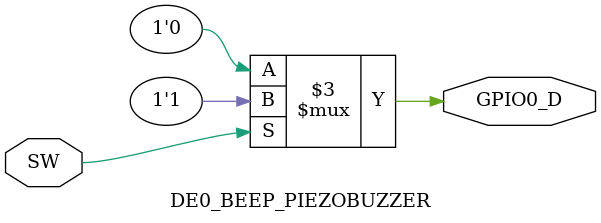
<source format=v>
module DE0_BEEP_PIEZOBUZZER(
    input SW, // slide switch
    output reg GPIO0_D // buzzer
);

always @* begin
    if(SW)
        GPIO0_D <= 1'b1;
    else
        GPIO0_D <= 1'b0;
end

endmodule
</source>
